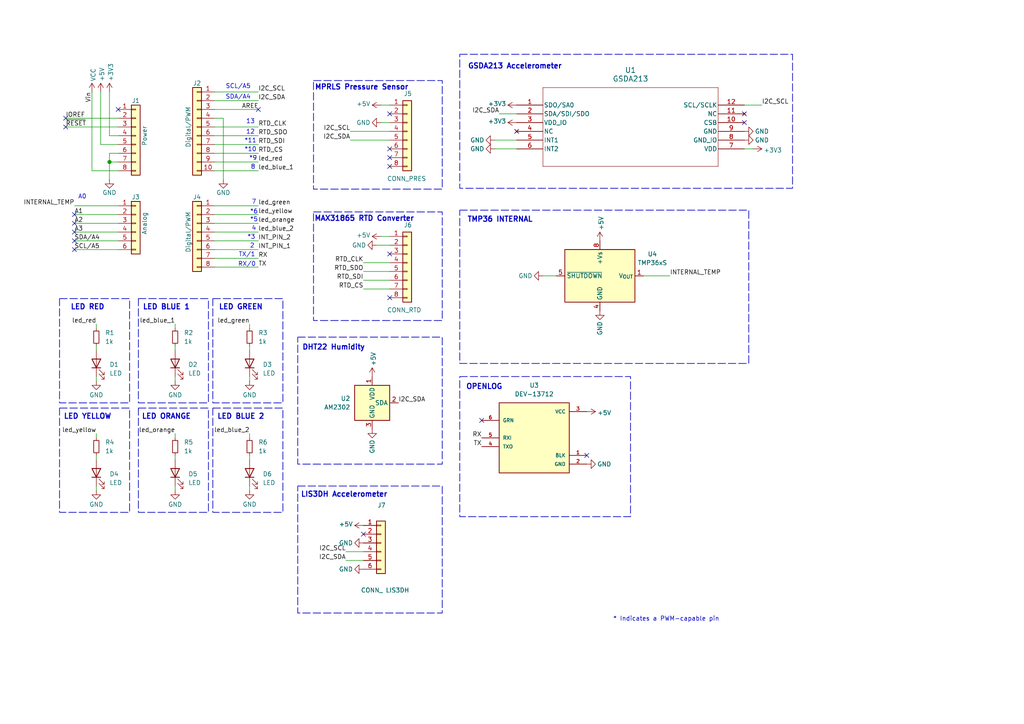
<source format=kicad_sch>
(kicad_sch (version 20231120) (generator "eeschema") (generator_version "8.0")
  (paper "A4")
  (title_block (date "mar. 31 mars 2015"))
  (lib_symbols
    (symbol "Connector_Generic:Conn_01x06" (pin_names (offset 1.016) hide)
      (property "Reference" "J" (at 0 7.62 0))
      (property "Value" "Conn_01x06" (at 0 -10.16 0))
      (symbol "Conn_01x06_1_1"
        (rectangle (start -1.27 -7.493) (end 0 -7.747) (stroke (width 0.1524)))
        (rectangle (start -1.27 -4.953) (end 0 -5.207) (stroke (width 0.1524)))
        (rectangle (start -1.27 -2.413) (end 0 -2.667) (stroke (width 0.1524)))
        (rectangle (start -1.27 0.127) (end 0 -0.127) (stroke (width 0.1524)))
        (rectangle (start -1.27 2.667) (end 0 2.413) (stroke (width 0.1524)))
        (rectangle (start -1.27 5.207) (end 0 4.953) (stroke (width 0.1524)))
        (rectangle (start -1.27 6.35) (end 1.27 -8.89) (stroke (width 0.254)) (fill (type background)))
        (pin passive line (at -5.08 5.08 0) (length 3.81) (name "Pin_1") (number "1"))
        (pin passive line (at -5.08 2.54 0) (length 3.81) (name "Pin_2") (number "2"))
        (pin passive line (at -5.08 0 0) (length 3.81) (name "Pin_3") (number "3"))
        (pin passive line (at -5.08 -2.54 0) (length 3.81) (name "Pin_4") (number "4"))
        (pin passive line (at -5.08 -5.08 0) (length 3.81) (name "Pin_5") (number "5"))
        (pin passive line (at -5.08 -7.62 0) (length 3.81) (name "Pin_6") (number "6"))
      )
    )
    (symbol "Connector_Generic:Conn_01x08" (pin_names (offset 1.016) hide)
      (property "Reference" "J" (at 0 10.16 0))
      (property "Value" "Conn_01x08" (at 0 -12.7 0))
      (symbol "Conn_01x08_1_1"
        (rectangle (start -1.27 -10.033) (end 0 -10.287) (stroke (width 0.1524)))
        (rectangle (start -1.27 -7.493) (end 0 -7.747) (stroke (width 0.1524)))
        (rectangle (start -1.27 -4.953) (end 0 -5.207) (stroke (width 0.1524)))
        (rectangle (start -1.27 -2.413) (end 0 -2.667) (stroke (width 0.1524)))
        (rectangle (start -1.27 0.127) (end 0 -0.127) (stroke (width 0.1524)))
        (rectangle (start -1.27 2.667) (end 0 2.413) (stroke (width 0.1524)))
        (rectangle (start -1.27 5.207) (end 0 4.953) (stroke (width 0.1524)))
        (rectangle (start -1.27 7.747) (end 0 7.493) (stroke (width 0.1524)))
        (rectangle (start -1.27 8.89) (end 1.27 -11.43) (stroke (width 0.254)) (fill (type background)))
        (pin passive line (at -5.08 7.62 0) (length 3.81) (name "Pin_1") (number "1"))
        (pin passive line (at -5.08 5.08 0) (length 3.81) (name "Pin_2") (number "2"))
        (pin passive line (at -5.08 2.54 0) (length 3.81) (name "Pin_3") (number "3"))
        (pin passive line (at -5.08 0 0) (length 3.81) (name "Pin_4") (number "4"))
        (pin passive line (at -5.08 -2.54 0) (length 3.81) (name "Pin_5") (number "5"))
        (pin passive line (at -5.08 -5.08 0) (length 3.81) (name "Pin_6") (number "6"))
        (pin passive line (at -5.08 -7.62 0) (length 3.81) (name "Pin_7") (number "7"))
        (pin passive line (at -5.08 -10.16 0) (length 3.81) (name "Pin_8") (number "8"))
      )
    )
    (symbol "Connector_Generic:Conn_01x10" (pin_names (offset 1.016) hide)
      (property "Reference" "J" (at 0 12.7 0))
      (property "Value" "Conn_01x10" (at 0 -15.24 0))
      (symbol "Conn_01x10_1_1"
        (rectangle (start -1.27 -12.573) (end 0 -12.827) (stroke (width 0.1524)))
        (rectangle (start -1.27 -10.033) (end 0 -10.287) (stroke (width 0.1524)))
        (rectangle (start -1.27 -7.493) (end 0 -7.747) (stroke (width 0.1524)))
        (rectangle (start -1.27 -4.953) (end 0 -5.207) (stroke (width 0.1524)))
        (rectangle (start -1.27 -2.413) (end 0 -2.667) (stroke (width 0.1524)))
        (rectangle (start -1.27 0.127) (end 0 -0.127) (stroke (width 0.1524)))
        (rectangle (start -1.27 2.667) (end 0 2.413) (stroke (width 0.1524)))
        (rectangle (start -1.27 5.207) (end 0 4.953) (stroke (width 0.1524)))
        (rectangle (start -1.27 7.747) (end 0 7.493) (stroke (width 0.1524)))
        (rectangle (start -1.27 10.287) (end 0 10.033) (stroke (width 0.1524)))
        (rectangle (start -1.27 11.43) (end 1.27 -13.97) (stroke (width 0.254)) (fill (type background)))
        (pin passive line (at -5.08 10.16 0) (length 3.81) (name "Pin_1") (number "1"))
        (pin passive line (at -5.08 -12.7 0) (length 3.81) (name "Pin_10") (number "10"))
        (pin passive line (at -5.08 7.62 0) (length 3.81) (name "Pin_2") (number "2"))
        (pin passive line (at -5.08 5.08 0) (length 3.81) (name "Pin_3") (number "3"))
        (pin passive line (at -5.08 2.54 0) (length 3.81) (name "Pin_4") (number "4"))
        (pin passive line (at -5.08 0 0) (length 3.81) (name "Pin_5") (number "5"))
        (pin passive line (at -5.08 -2.54 0) (length 3.81) (name "Pin_6") (number "6"))
        (pin passive line (at -5.08 -5.08 0) (length 3.81) (name "Pin_7") (number "7"))
        (pin passive line (at -5.08 -7.62 0) (length 3.81) (name "Pin_8") (number "8"))
        (pin passive line (at -5.08 -10.16 0) (length 3.81) (name "Pin_9") (number "9"))
      )
    )
    (symbol "Device:LED" (pin_numbers hide) (pin_names (offset 1.016) hide)
      (property "Reference" "D" (at 0 2.54 0))
      (property "Value" "LED" (at 0 -2.54 0))
      (symbol "LED_0_1"
        (polyline (pts (xy -1.27 -1.27) (xy -1.27 1.27)) (stroke (width 0.254)))
        (polyline (pts (xy -1.27 0) (xy 1.27 0)))
        (polyline (pts (xy 1.27 -1.27) (xy 1.27 1.27) (xy -1.27 0) (xy 1.27 -1.27)) (stroke (width 0.254)))
        (polyline (pts (xy -3.048 -0.762) (xy -4.572 -2.286) (xy -3.81 -2.286) (xy -4.572 -2.286) (xy -4.572 -1.524)))
        (polyline (pts (xy -1.778 -0.762) (xy -3.302 -2.286) (xy -2.54 -2.286) (xy -3.302 -2.286) (xy -3.302 -1.524)))
      )
      (symbol "LED_1_1"
        (pin passive line (at -3.81 0 0) (length 2.54) (name "K") (number "1"))
        (pin passive line (at 3.81 0 180) (length 2.54) (name "A") (number "2"))
      )
    )
    (symbol "Device:R_Small" (pin_numbers hide) (pin_names (offset 0.254) hide)
      (property "Reference" "R" (at 0.762 0.508 0))
      (property "Value" "R_Small" (at 0.762 -1.016 0))
      (symbol "R_Small_0_1"
        (rectangle (start -0.762 1.778) (end 0.762 -1.778) (stroke (width 0.2032)))
      )
      (symbol "R_Small_1_1"
        (pin passive line (at 0 2.54 270) (length 0.762) (name "~") (number "1"))
        (pin passive line (at 0 -2.54 90) (length 0.762) (name "~") (number "2"))
      )
    )
    (symbol "GSDA213:GSDA213" (pin_names (offset 0.254))
      (property "Reference" "U" (at 33.02 10.16 0))
      (property "Value" "GSDA213" (at 33.02 7.62 0))
      (symbol "GSDA213_0_1"
        (polyline (pts (xy 7.62 -17.78) (xy 58.42 -17.78)) (stroke (width 0.127)))
        (polyline (pts (xy 7.62 5.08) (xy 7.62 -17.78)) (stroke (width 0.127)))
        (polyline (pts (xy 58.42 -17.78) (xy 58.42 5.08)) (stroke (width 0.127)))
        (polyline (pts (xy 58.42 5.08) (xy 7.62 5.08)) (stroke (width 0.127)))
        (pin output line (at 0 0 0) (length 7.62) (name "SDO/SA0") (number "1"))
        (pin input line (at 66.04 -5.08 180) (length 7.62) (name "CSB") (number "10"))
        (pin no_connect line (at 66.04 -2.54 180) (length 7.62) (name "NC") (number "11"))
        (pin input line (at 66.04 0 180) (length 7.62) (name "SCL/SCLK") (number "12"))
        (pin bidirectional line (at 0 -2.54 0) (length 7.62) (name "SDA/SDI/SDO") (number "2"))
        (pin power_in line (at 0 -5.08 0) (length 7.62) (name "VDD_IO") (number "3"))
        (pin no_connect line (at 0 -7.62 0) (length 7.62) (name "NC") (number "4"))
        (pin output line (at 0 -10.16 0) (length 7.62) (name "INT1") (number "5"))
        (pin output line (at 0 -12.7 0) (length 7.62) (name "INT2") (number "6"))
        (pin power_in line (at 66.04 -12.7 180) (length 7.62) (name "VDD") (number "7"))
        (pin power_out line (at 66.04 -10.16 180) (length 7.62) (name "GND_IO") (number "8"))
        (pin power_out line (at 66.04 -7.62 180) (length 7.62) (name "GND") (number "9"))
      )
    )
    (symbol "OPENLOG:DEV-13712" (pin_names (offset 1.016))
      (property "Reference" "U" (at -10.16 10.922 0))
      (property "Value" "DEV-13712" (at -10.16 -12.7 0))
      (symbol "DEV-13712_0_0"
        (rectangle (start -10.16 -10.16) (end 10.16 10.16) (stroke (width 0.254)) (fill (type background)))
        (pin power_in line (at 15.24 -5.08 180) (length 5.08) (name "BLK") (number "1"))
        (pin power_in line (at 15.24 -7.62 180) (length 5.08) (name "GND") (number "2"))
        (pin power_in line (at 15.24 7.62 180) (length 5.08) (name "VCC") (number "3"))
        (pin output line (at -15.24 -2.54 0) (length 5.08) (name "TXO") (number "4"))
        (pin input line (at -15.24 0 0) (length 5.08) (name "RXI") (number "5"))
        (pin input line (at -15.24 5.08 0) (length 5.08) (name "GRN") (number "6"))
      )
    )
    (symbol "Sensor:AM2302"
      (property "Reference" "U" (at -3.81 6.35 0))
      (property "Value" "AM2302" (at 3.81 6.35 0))
      (symbol "AM2302_0_1"
        (rectangle (start -5.08 5.08) (end 5.08 -5.08) (stroke (width 0.254)) (fill (type background)))
      )
      (symbol "AM2302_1_1"
        (pin power_in line (at 0 7.62 270) (length 2.54) (name "VDD") (number "1"))
        (pin bidirectional line (at 7.62 0 180) (length 2.54) (name "SDA") (number "2"))
        (pin power_in line (at 0 -7.62 90) (length 2.54) (name "GND") (number "3"))
        (pin passive line (at 0 -7.62 90) (length 2.54) hide (name "GND") (number "4"))
      )
    )
    (symbol "Sensor_Temperature:TMP36xS"
      (property "Reference" "U" (at -8.89 8.89 0))
      (property "Value" "TMP36xS" (at 6.35 -8.89 0))
      (symbol "TMP36xS_0_1"
        (rectangle (start -10.16 7.62) (end 10.16 -7.62) (stroke (width 0.254)) (fill (type background)))
      )
      (symbol "TMP36xS_1_1"
        (pin output line (at 12.7 0 180) (length 2.54) (name "V_{OUT}") (number "1"))
        (pin power_in line (at 0 -10.16 90) (length 2.54) (name "GND") (number "4"))
        (pin input line (at -12.7 0 0) (length 2.54) (name "~{SHUTDOWN}") (number "5"))
        (pin power_in line (at 0 10.16 270) (length 2.54) (name "+Vs") (number "8"))
      )
    )
    (symbol "power:+3V3" (power) (pin_names (offset 0))
      (property "Value" "+3V3" (at 0 3.556 0))
      (symbol "+3V3_0_1"
        (polyline (pts (xy -0.762 1.27) (xy 0 2.54)))
        (polyline (pts (xy 0 0) (xy 0 2.54)))
        (polyline (pts (xy 0 2.54) (xy 0.762 1.27)))
      )
      (symbol "+3V3_1_1"
        (pin power_in line (at 0 0 90) (length 0) hide (name "+3V3") (number "1"))
      )
    )
    (symbol "power:+5V" (power) (pin_names (offset 0))
      (property "Value" "+5V" (at 0 3.556 0))
      (symbol "+5V_0_1"
        (polyline (pts (xy -0.762 1.27) (xy 0 2.54)))
        (polyline (pts (xy 0 0) (xy 0 2.54)))
        (polyline (pts (xy 0 2.54) (xy 0.762 1.27)))
      )
      (symbol "+5V_1_1"
        (pin power_in line (at 0 0 90) (length 0) hide (name "+5V") (number "1"))
      )
    )
    (symbol "power:GND" (power) (pin_names (offset 0))
      (property "Value" "GND" (at 0 -3.81 0))
      (symbol "GND_0_1"
        (polyline (pts (xy 0 0) (xy 0 -1.27) (xy 1.27 -1.27) (xy 0 -2.54) (xy -1.27 -1.27) (xy 0 -1.27)))
      )
      (symbol "GND_1_1"
        (pin power_in line (at 0 0 270) (length 0) hide (name "GND") (number "1"))
      )
    )
    (symbol "power:VCC" (power) (pin_names (offset 0))
      (property "Value" "VCC" (at 0 3.81 0))
      (symbol "VCC_0_1"
        (polyline (pts (xy -0.762 1.27) (xy 0 2.54)))
        (polyline (pts (xy 0 0) (xy 0 2.54)))
        (polyline (pts (xy 0 2.54) (xy 0.762 1.27)))
      )
      (symbol "VCC_1_1"
        (pin power_in line (at 0 0 90) (length 0) hide (name "VCC") (number "1"))
      )
    )
  )
  (junction (at 31.75 46.99) (diameter 1.016))
  (no_connect (at 113.03 45.72))
  (no_connect (at 21.59 62.23))
  (no_connect (at 113.03 73.66))
  (no_connect (at 149.86 38.1))
  (no_connect (at 19.05 34.29))
  (no_connect (at 21.59 69.85))
  (no_connect (at 113.03 48.26))
  (no_connect (at 170.18 132.08))
  (no_connect (at 113.03 86.36))
  (no_connect (at 105.41 154.94))
  (no_connect (at 21.59 67.31))
  (no_connect (at 113.03 43.18))
  (no_connect (at 74.93 31.75))
  (no_connect (at 21.59 64.77))
  (no_connect (at 215.9 33.02))
  (no_connect (at 21.59 72.39))
  (no_connect (at 215.9 35.56))
  (no_connect (at 19.05 36.83))
  (no_connect (at 139.7 121.92))
  (no_connect (at 34.29 31.75))
  (no_connect (at 113.03 33.02))
  (wire (pts (xy 62.23 77.47) (xy 74.93 77.47)))
  (wire (pts (xy 50.8 109.22) (xy 50.8 110.49)))
  (wire (pts (xy 62.23 44.45) (xy 74.93 44.45)))
  (wire (pts (xy 72.39 109.22) (xy 72.39 110.49)))
  (wire (pts (xy 105.41 81.28) (xy 113.03 81.28)))
  (wire (pts (xy 62.23 26.67) (xy 74.93 26.67)))
  (wire (pts (xy 144.78 33.02) (xy 149.86 33.02)))
  (wire (pts (xy 31.75 44.45) (xy 31.75 46.99)))
  (wire (pts (xy 21.59 72.39) (xy 34.29 72.39)))
  (wire (pts (xy 50.8 125.73) (xy 50.8 127)))
  (wire (pts (xy 215.9 43.18) (xy 218.44 43.18)))
  (wire (pts (xy 27.94 125.73) (xy 27.94 127)))
  (wire (pts (xy 72.39 93.98) (xy 72.39 95.25)))
  (wire (pts (xy 31.75 46.99) (xy 31.75 52.07)))
  (wire (pts (xy 31.75 39.37) (xy 34.29 39.37)))
  (wire (pts (xy 29.21 41.91) (xy 34.29 41.91)))
  (wire (pts (xy 100.33 162.56) (xy 105.41 162.56)))
  (wire (pts (xy 29.21 26.67) (xy 29.21 41.91)))
  (wire (pts (xy 50.8 140.97) (xy 50.8 142.24)))
  (wire (pts (xy 62.23 36.83) (xy 74.93 36.83)))
  (wire (pts (xy 31.75 26.67) (xy 31.75 39.37)))
  (wire (pts (xy 62.23 59.69) (xy 74.93 59.69)))
  (wire (pts (xy 34.29 59.69) (xy 21.59 59.69)))
  (wire (pts (xy 27.94 100.33) (xy 27.94 101.6)))
  (wire (pts (xy 62.23 39.37) (xy 74.93 39.37)))
  (wire (pts (xy 143.51 40.64) (xy 149.86 40.64)))
  (wire (pts (xy 62.23 62.23) (xy 74.93 62.23)))
  (wire (pts (xy 157.48 80.01) (xy 161.29 80.01)))
  (wire (pts (xy 110.49 68.58) (xy 113.03 68.58)))
  (wire (pts (xy 50.8 132.08) (xy 50.8 133.35)))
  (wire (pts (xy 62.23 46.99) (xy 74.93 46.99)))
  (wire (pts (xy 62.23 67.31) (xy 74.93 67.31)))
  (wire (pts (xy 72.39 100.33) (xy 72.39 101.6)))
  (wire (pts (xy 50.8 100.33) (xy 50.8 101.6)))
  (wire (pts (xy 19.05 34.29) (xy 34.29 34.29)))
  (wire (pts (xy 64.77 34.29) (xy 64.77 52.07)))
  (wire (pts (xy 186.69 80.01) (xy 194.31 80.01)))
  (wire (pts (xy 62.23 31.75) (xy 74.93 31.75)))
  (wire (pts (xy 50.8 93.98) (xy 50.8 95.25)))
  (wire (pts (xy 72.39 140.97) (xy 72.39 142.24)))
  (wire (pts (xy 34.29 64.77) (xy 21.59 64.77)))
  (wire (pts (xy 19.05 36.83) (xy 34.29 36.83)))
  (wire (pts (xy 34.29 46.99) (xy 31.75 46.99)))
  (wire (pts (xy 72.39 125.73) (xy 72.39 127)))
  (wire (pts (xy 105.41 78.74) (xy 113.03 78.74)))
  (wire (pts (xy 27.94 140.97) (xy 27.94 142.24)))
  (wire (pts (xy 101.6 40.64) (xy 113.03 40.64)))
  (wire (pts (xy 100.33 160.02) (xy 105.41 160.02)))
  (wire (pts (xy 34.29 49.53) (xy 26.67 49.53)))
  (wire (pts (xy 215.9 30.48) (xy 220.98 30.48)))
  (wire (pts (xy 21.59 62.23) (xy 34.29 62.23)))
  (wire (pts (xy 27.94 93.98) (xy 27.94 95.25)))
  (wire (pts (xy 62.23 34.29) (xy 64.77 34.29)))
  (wire (pts (xy 101.6 38.1) (xy 113.03 38.1)))
  (wire (pts (xy 34.29 44.45) (xy 31.75 44.45)))
  (wire (pts (xy 110.49 30.48) (xy 113.03 30.48)))
  (wire (pts (xy 62.23 41.91) (xy 74.93 41.91)))
  (wire (pts (xy 62.23 64.77) (xy 74.93 64.77)))
  (wire (pts (xy 21.59 67.31) (xy 34.29 67.31)))
  (wire (pts (xy 27.94 132.08) (xy 27.94 133.35)))
  (wire (pts (xy 109.22 71.12) (xy 113.03 71.12)))
  (wire (pts (xy 110.49 35.56) (xy 113.03 35.56)))
  (wire (pts (xy 105.41 76.2) (xy 113.03 76.2)))
  (wire (pts (xy 143.51 43.18) (xy 149.86 43.18)))
  (wire (pts (xy 62.23 29.21) (xy 74.93 29.21)))
  (wire (pts (xy 27.94 109.22) (xy 27.94 110.49)))
  (wire (pts (xy 62.23 72.39) (xy 74.93 72.39)))
  (wire (pts (xy 72.39 132.08) (xy 72.39 133.35)))
  (wire (pts (xy 62.23 69.85) (xy 74.93 69.85)))
  (wire (pts (xy 105.41 83.82) (xy 113.03 83.82)))
  (wire (pts (xy 62.23 74.93) (xy 74.93 74.93)))
  (wire (pts (xy 26.67 49.53) (xy 26.67 26.67)))
  (wire (pts (xy 34.29 69.85) (xy 21.59 69.85)))
  (wire (pts (xy 62.23 49.53) (xy 74.93 49.53)))
  (rectangle (start 61.722 118.364) (end 82.042 148.59) (stroke (width 0.2) (type dash)))
  (rectangle (start 17.272 118.364) (end 37.592 148.59) (stroke (width 0.2) (type dash)))
  (rectangle (start 17.272 86.614) (end 37.592 116.84) (stroke (width 0.2) (type dash)))
  (rectangle (start 133.35 60.96) (end 217.17 105.41) (stroke (width 0.2) (type dash)))
  (rectangle (start 90.932 23.368) (end 128.27 54.864) (stroke (width 0.2) (type dash)))
  (rectangle (start 86.36 140.97) (end 128.27 177.8) (stroke (width 0.2) (type dash)))
  (rectangle (start 86.36 97.79) (end 128.27 134.62) (stroke (width 0.2) (type dash)))
  (rectangle (start 133.35 15.748) (end 229.87 54.61) (stroke (width 0.2) (type dash)))
  (rectangle (start 40.132 86.614) (end 60.452 116.84) (stroke (width 0.2) (type dash)))
  (rectangle (start 40.132 118.364) (end 60.452 148.59) (stroke (width 0.2) (type dash)))
  (rectangle (start 133.35 109.22) (end 182.88 149.86) (stroke (width 0.2) (type dash)))
  (rectangle (start 90.932 61.468) (end 128.27 92.964) (stroke (width 0.2) (type dash)))
  (rectangle (start 61.722 86.614) (end 82.042 116.84) (stroke (width 0.2) (type dash)))
  (text "2" (at 73.152 71.374 0) (effects (font (size 1.27 1.27))))
  (text "LED GREEN\n" (at 69.85 89.154 0) (effects (font (size 1.5 1.5) (thickness 0.3) (bold yes))))
  (text "DHT22 Humidity\n" (at 96.774 100.838 0) (effects (font (size 1.5 1.5) (thickness 0.3) (bold yes))))
  (text "LED BLUE 1\n" (at 48.26 89.154 0) (effects (font (size 1.5 1.5) (thickness 0.3) (bold yes))))
  (text "TMP36 INTERNAL\n" (at 145.034 63.754 0) (effects (font (size 1.5 1.5) (thickness 0.3) (bold yes))))
  (text "*6" (at 73.66 61.468 0) (effects (font (size 1.27 1.27))))
  (text "LED RED\n" (at 25.4 89.154 0) (effects (font (size 1.5 1.5) (thickness 0.3) (bold yes))))
  (text "MAX31865 RTD Converter" (at 105.664 63.5 0) (effects (font (size 1.5 1.5) (thickness 0.3) (bold yes))))
  (text "*10\n" (at 72.644 43.434 0) (effects (font (size 1.27 1.27))))
  (text "RX/0\n" (at 71.628 76.708 0) (effects (font (size 1.27 1.27))))
  (text "4" (at 73.66 66.294 0) (effects (font (size 1.27 1.27))))
  (text "OPENLOG\n" (at 140.462 112.268 0) (effects (font (size 1.5 1.5) (thickness 0.3) (bold yes))))
  (text "8" (at 73.406 48.514 0) (effects (font (size 1.27 1.27))))
  (text "A0\n\n" (at 23.876 58.166 0) (effects (font (size 1.27 1.27))))
  (text "7\n" (at 73.66 58.674 0) (effects (font (size 1.27 1.27))))
  (text "LED BLUE 2" (at 69.85 120.904 0) (effects (font (size 1.5 1.5) (thickness 0.3) (bold yes))))
  (text "LED ORANGE" (at 48.26 120.904 0) (effects (font (size 1.5 1.5) (thickness 0.3) (bold yes))))
  (text "SCL/A5\n\n" (at 69.088 26.162 0) (effects (font (size 1.27 1.27))))
  (text "MPRLS Pressure Sensor\n" (at 104.902 25.4 0) (effects (font (size 1.5 1.5) (thickness 0.3) (bold yes))))
  (text "*3\n" (at 72.898 68.834 0) (effects (font (size 1.27 1.27))))
  (text "LIS3DH Accelerometer\n" (at 99.822 143.51 0) (effects (font (size 1.5 1.5) (thickness 0.3) (bold yes))))
  (text "*9\n" (at 73.406 45.974 0) (effects (font (size 1.27 1.27))))
  (text "GSDA213 Accelerometer\n" (at 149.352 19.304 0) (effects (font (size 1.5 1.5) (thickness 0.3) (bold yes))))
  (text "*5\n" (at 73.66 63.754 0) (effects (font (size 1.27 1.27))))
  (text "*11\n" (at 72.644 40.894 0) (effects (font (size 1.27 1.27))))
  (text "LED YELLOW\n" (at 25.4 120.904 0) (effects (font (size 1.5 1.5) (thickness 0.3) (bold yes))))
  (text "* Indicates a PWM-capable pin" (at 177.8 180.34 0) (effects (font (size 1.27 1.27)) (justify left bottom)))
  (text "TX/1\n" (at 71.628 73.914 0) (effects (font (size 1.27 1.27))))
  (text "13\n" (at 72.644 35.306 0) (effects (font (size 1.27 1.27))))
  (text "SDA/A4\n" (at 69.088 28.194 0) (effects (font (size 1.27 1.27))))
  (text "12\n" (at 72.644 38.354 0) (effects (font (size 1.27 1.27))))
  (label "RX" (at 74.93 74.93 0))
  (label "A2" (at 21.59 64.77 0))
  (label "led_green" (at 72.39 93.98 180))
  (label "RTD_SDI" (at 74.93 41.91 0))
  (label "led_yellow" (at 74.93 62.23 0))
  (label "I2C_SDA" (at 100.33 162.56 180))
  (label "led_blue_2" (at 72.39 125.73 180))
  (label "INTERNAL_TEMP" (at 21.59 59.69 180))
  (label "RTD_CLK" (at 105.41 76.2 180))
  (label "A3" (at 21.59 67.31 0))
  (label "TX" (at 74.93 77.47 0))
  (label "TX" (at 139.7 129.54 180))
  (label "~{RESET}" (at 19.05 36.83 0))
  (label "led_green" (at 74.93 59.69 0))
  (label "I2C_SCL" (at 220.98 30.48 0))
  (label "RTD_SDO" (at 105.41 78.74 180))
  (label "INT_PIN_1" (at 74.93 72.39 0))
  (label "led_blue_2" (at 74.93 67.31 0))
  (label "RTD_CS" (at 105.41 83.82 180))
  (label "INT_PIN_2" (at 74.93 69.85 0))
  (label "RTD_CLK" (at 74.93 36.83 0))
  (label "led_red" (at 74.93 46.99 0))
  (label "I2C_SCL" (at 101.6 38.1 180))
  (label "led_blue_1" (at 50.8 93.98 180))
  (label "RX" (at 139.7 127 180))
  (label "I2C_SDA" (at 144.78 33.02 180))
  (label "I2C_SCL" (at 74.93 26.67 0))
  (label "led_red" (at 27.94 93.98 180))
  (label "A1" (at 21.59 62.23 0))
  (label "RTD_SDI" (at 105.41 81.28 180))
  (label "I2C_SCL" (at 100.33 160.02 180))
  (label "led_orange" (at 74.93 64.77 0))
  (label "led_orange" (at 50.8 125.73 180))
  (label "RTD_CS" (at 74.93 44.45 0))
  (label "I2C_SDA" (at 115.57 116.84 0))
  (label "AREF" (at 74.93 31.75 180))
  (label "RTD_SDO" (at 74.93 39.37 0))
  (label "led_yellow" (at 27.94 125.73 180))
  (label "I2C_SDA" (at 74.93 29.21 0))
  (label "Vin" (at 26.67 26.67 270))
  (label "led_blue_1" (at 74.93 49.53 0))
  (label "I2C_SDA" (at 101.6 40.64 180))
  (label "IOREF" (at 19.05 34.29 0))
  (label "SDA{slash}A4" (at 21.59 69.85 0))
  (label "SCL{slash}A5" (at 21.59 72.39 0))
  (label "INTERNAL_TEMP" (at 194.31 80.01 0))
  (symbol (lib_id "Connector_Generic:Conn_01x08") (at 39.37 39.37 0) (unit 1)
    (property "Reference" "J1" (at 39.37 29.21 0))
    (property "Value" "Power" (at 41.91 39.37 90))
    (property "Footprint" "Connector_PinSocket_2.54mm:PinSocket_1x08_P2.54mm_Vertical" (effects (hide yes)))
  )
  (symbol (lib_id "power:+3V3") (at 31.75 26.67 0) (unit 1)
    (property "Reference" "#PWR03" (effects (hide yes)))
    (property "Value" "+3V3" (at 32.131 23.622 90) (effects (justify left)))
  )
  (symbol (lib_id "power:+5V") (at 29.21 26.67 0) (unit 1)
    (property "Reference" "#PWR02" (effects (hide yes)))
    (property "Value" "+5V" (at 29.5656 23.622 90) (effects (justify left)))
  )
  (symbol (lib_id "power:GND") (at 31.75 52.07 0) (unit 1)
    (property "Reference" "#PWR04" (effects (hide yes)))
    (property "Value" "GND" (at 31.75 55.88 0))
  )
  (symbol (lib_id "Connector_Generic:Conn_01x10") (at 57.15 36.83 0) (mirror y) (unit 1)
    (property "Reference" "J2" (at 57.15 24.13 0))
    (property "Value" "Digital/PWM" (at 54.61 36.83 90))
    (property "Footprint" "Connector_PinSocket_2.54mm:PinSocket_1x10_P2.54mm_Vertical" (effects (hide yes)))
  )
  (symbol (lib_id "power:GND") (at 64.77 52.07 0) (unit 1)
    (property "Reference" "#PWR05" (effects (hide yes)))
    (property "Value" "GND" (at 64.77 55.88 0))
  )
  (symbol (lib_id "Connector_Generic:Conn_01x06") (at 39.37 64.77 0) (unit 1)
    (property "Reference" "J3" (at 39.37 57.15 0))
    (property "Value" "Analog" (at 41.91 64.77 90))
    (property "Footprint" "Connector_PinSocket_2.54mm:PinSocket_1x06_P2.54mm_Vertical" (effects (hide yes)))
  )
  (symbol (lib_id "Connector_Generic:Conn_01x08") (at 57.15 67.31 0) (mirror y) (unit 1)
    (property "Reference" "J4" (at 57.15 57.15 0))
    (property "Value" "Digital/PWM" (at 54.61 67.31 90))
    (property "Footprint" "Connector_PinSocket_2.54mm:PinSocket_1x08_P2.54mm_Vertical" (effects (hide yes)))
  )
  (symbol (lib_id "Connector_Generic:Conn_01x06") (at 110.49 157.48 0) (unit 1)
    (property "Reference" "J7" (at 109.474 146.558 0) (effects (justify left)))
    (property "Value" "CONN_ LIS3DH" (at 104.648 171.196 0) (effects (justify left)))
    (property "Footprint" "Connector_PinSocket_2.54mm:PinSocket_1x06_P2.54mm_Vertical" (effects (hide yes)))
    (property "Description" "Generic connector, single row, 01x06, script generated (kicad-library-utils/schlib/autogen/connector/)" (effects (hide yes)))
  )
  (symbol (lib_id "power:+3V3") (at 218.44 43.18 270) (unit 1)
    (property "Reference" "#PWR010" (effects (hide yes)))
    (property "Value" "+3V3" (at 221.488 43.561 90) (effects (justify left)))
  )
  (symbol (lib_id "power:GND") (at 50.8 110.49 0) (unit 1)
    (property "Reference" "#PWR020" (effects (hide yes)))
    (property "Value" "GND" (at 50.8 114.554 0))
  )
  (symbol (lib_id "power:+5V") (at 107.95 109.22 0) (unit 1)
    (property "Reference" "#PWR017" (effects (hide yes)))
    (property "Value" "+5V" (at 108.3056 106.172 90) (effects (justify left)))
  )
  (symbol (lib_id "power:GND") (at 157.48 80.01 270) (unit 1)
    (property "Reference" "#PWR027" (effects (hide yes)))
    (property "Value" "GND" (at 152.4 80.01 90))
  )
  (symbol (lib_id "power:+5V") (at 110.49 68.58 90) (unit 1)
    (property "Reference" "#PWR08" (effects (hide yes)))
    (property "Value" "+5V" (at 107.442 68.2244 90) (effects (justify left)))
  )
  (symbol (lib_id "power:GND") (at 109.22 71.12 270) (unit 1)
    (property "Reference" "#PWR09" (effects (hide yes)))
    (property "Value" "GND" (at 104.14 71.12 90))
  )
  (symbol (lib_id "Device:LED") (at 27.94 137.16 90) (unit 1)
    (property "Reference" "D4" (at 31.75 137.4774 90) (effects (justify right)))
    (property "Value" "LED" (at 31.75 140.0174 90) (effects (justify right)))
    (property "Footprint" "LED_THT:LED_D5.0mm" (effects (hide yes)))
    (property "Description" "Light emitting diode" (effects (hide yes)))
  )
  (symbol (lib_id "power:+3V3") (at 149.86 30.48 90) (unit 1)
    (property "Reference" "#PWR028" (effects (hide yes)))
    (property "Value" "+3V3" (at 146.812 30.099 90) (effects (justify left)))
  )
  (symbol (lib_id "power:GND") (at 72.39 142.24 0) (unit 1)
    (property "Reference" "#PWR024" (effects (hide yes)))
    (property "Value" "GND" (at 72.39 146.304 0))
  )
  (symbol (lib_id "Connector_Generic:Conn_01x08") (at 118.11 38.1 0) (unit 1)
    (property "Reference" "J5" (at 117.094 27.178 0) (effects (justify left)))
    (property "Value" "CONN_PRES" (at 112.268 51.816 0) (effects (justify left)))
    (property "Footprint" "Connector_PinSocket_2.54mm:PinSocket_1x08_P2.54mm_Vertical" (effects (hide yes)))
    (property "Description" "Generic connector, single row, 01x08, script generated (kicad-library-utils/schlib/autogen/connector/)" (effects (hide yes)))
  )
  (symbol (lib_id "power:+5V") (at 105.41 152.4 90) (unit 1)
    (property "Reference" "#PWR030" (effects (hide yes)))
    (property "Value" "+5V" (at 102.362 152.0444 90) (effects (justify left)))
  )
  (symbol (lib_id "Device:R_Small") (at 27.94 129.54 0) (unit 1)
    (property "Reference" "R4" (at 30.48 128.2699 0) (effects (justify left)))
    (property "Value" "1k" (at 30.48 130.8099 0) (effects (justify left)))
    (property "Footprint" "Resistor_THT:R_Axial_DIN0207_L6.3mm_D2.5mm_P10.16mm_Horizontal" (effects (hide yes)))
    (property "Description" "Resistor, small symbol" (effects (hide yes)))
  )
  (symbol (lib_id "power:GND") (at 50.8 142.24 0) (unit 1)
    (property "Reference" "#PWR022" (effects (hide yes)))
    (property "Value" "GND" (at 50.8 146.304 0))
  )
  (symbol (lib_id "power:+3V3") (at 149.86 35.56 90) (unit 1)
    (property "Reference" "#PWR011" (effects (hide yes)))
    (property "Value" "+3V3" (at 146.812 35.179 90) (effects (justify left)))
  )
  (symbol (lib_id "Device:LED") (at 50.8 137.16 90) (unit 1)
    (property "Reference" "D5" (at 54.61 137.4774 90) (effects (justify right)))
    (property "Value" "LED" (at 54.61 140.0174 90) (effects (justify right)))
    (property "Footprint" "LED_THT:LED_D5.0mm" (effects (hide yes)))
    (property "Description" "Light emitting diode" (effects (hide yes)))
  )
  (symbol (lib_id "power:+5V") (at 170.18 119.38 270) (unit 1)
    (property "Reference" "#PWR025" (effects (hide yes)))
    (property "Value" "+5V" (at 173.228 119.7356 90) (effects (justify left)))
  )
  (symbol (lib_id "GSDA213:GSDA213") (at 149.86 30.48 0) (unit 1)
    (property "Reference" "U1" (at 182.88 20.32 0) (effects (font (size 1.524 1.524))))
    (property "Value" "GSDA213" (at 182.88 22.86 0) (effects (font (size 1.524 1.524))))
    (property "Footprint" "LGA12_GAS" (effects (hide yes)))
    (property "Datasheet" "GSDA213" (effects (hide yes)))
  )
  (symbol (lib_id "power:VCC") (at 26.67 26.67 0) (unit 1)
    (property "Reference" "#PWR01" (effects (hide yes)))
    (property "Value" "VCC" (at 27.051 23.622 90) (effects (justify left)))
  )
  (symbol (lib_id "power:GND") (at 143.51 43.18 270) (unit 1)
    (property "Reference" "#PWR029" (effects (hide yes)))
    (property "Value" "GND" (at 138.43 43.18 90))
  )
  (symbol (lib_id "power:GND") (at 27.94 110.49 0) (unit 1)
    (property "Reference" "#PWR019" (effects (hide yes)))
    (property "Value" "GND" (at 27.94 114.554 0))
  )
  (symbol (lib_id "power:GND") (at 170.18 134.62 90) (unit 1)
    (property "Reference" "#PWR026" (effects (hide yes)))
    (property "Value" "GND" (at 175.26 134.62 90))
  )
  (symbol (lib_id "power:GND") (at 105.41 165.1 270) (unit 1)
    (property "Reference" "#PWR032" (effects (hide yes)))
    (property "Value" "GND" (at 100.33 165.1 90))
  )
  (symbol (lib_id "Device:R_Small") (at 72.39 129.54 0) (unit 1)
    (property "Reference" "R6" (at 74.93 128.2699 0) (effects (justify left)))
    (property "Value" "1k" (at 74.93 130.8099 0) (effects (justify left)))
    (property "Footprint" "Resistor_THT:R_Axial_DIN0207_L6.3mm_D2.5mm_P10.16mm_Horizontal" (effects (hide yes)))
    (property "Description" "Resistor, small symbol" (effects (hide yes)))
  )
  (symbol (lib_id "power:GND") (at 105.41 157.48 270) (unit 1)
    (property "Reference" "#PWR031" (effects (hide yes)))
    (property "Value" "GND" (at 100.33 157.48 90))
  )
  (symbol (lib_id "Device:R_Small") (at 72.39 97.79 0) (unit 1)
    (property "Reference" "R3" (at 74.93 96.5199 0) (effects (justify left)))
    (property "Value" "1k" (at 74.93 99.0599 0) (effects (justify left)))
    (property "Footprint" "Resistor_THT:R_Axial_DIN0207_L6.3mm_D2.5mm_P10.16mm_Horizontal" (effects (hide yes)))
    (property "Description" "Resistor, small symbol" (effects (hide yes)))
  )
  (symbol (lib_id "power:GND") (at 107.95 124.46 0) (unit 1)
    (property "Reference" "#PWR018" (effects (hide yes)))
    (property "Value" "GND" (at 107.95 129.54 90))
  )
  (symbol (lib_id "Device:LED") (at 50.8 105.41 90) (unit 1)
    (property "Reference" "D2" (at 54.61 105.7274 90) (effects (justify right)))
    (property "Value" "LED" (at 54.61 108.2674 90) (effects (justify right)))
    (property "Footprint" "LED_THT:LED_D5.0mm" (effects (hide yes)))
    (property "Description" "Light emitting diode" (effects (hide yes)))
  )
  (symbol (lib_id "Device:R_Small") (at 50.8 97.79 0) (unit 1)
    (property "Reference" "R2" (at 53.34 96.5199 0) (effects (justify left)))
    (property "Value" "1k" (at 53.34 99.0599 0) (effects (justify left)))
    (property "Footprint" "Resistor_THT:R_Axial_DIN0207_L6.3mm_D2.5mm_P10.16mm_Horizontal" (effects (hide yes)))
    (property "Description" "Resistor, small symbol" (effects (hide yes)))
  )
  (symbol (lib_id "power:GND") (at 27.94 142.24 0) (unit 1)
    (property "Reference" "#PWR021" (effects (hide yes)))
    (property "Value" "GND" (at 27.94 146.304 0))
  )
  (symbol (lib_id "Device:R_Small") (at 27.94 97.79 0) (unit 1)
    (property "Reference" "R1" (at 30.48 96.5199 0) (effects (justify left)))
    (property "Value" "1k" (at 30.48 99.0599 0) (effects (justify left)))
    (property "Footprint" "Resistor_THT:R_Axial_DIN0207_L6.3mm_D2.5mm_P10.16mm_Horizontal" (effects (hide yes)))
    (property "Description" "Resistor, small symbol" (effects (hide yes)))
  )
  (symbol (lib_id "Device:LED") (at 72.39 105.41 90) (unit 1)
    (property "Reference" "D3" (at 76.2 105.7274 90) (effects (justify right)))
    (property "Value" "LED" (at 76.2 108.2674 90) (effects (justify right)))
    (property "Footprint" "LED_THT:LED_D5.0mm" (effects (hide yes)))
    (property "Description" "Light emitting diode" (effects (hide yes)))
  )
  (symbol (lib_id "Connector_Generic:Conn_01x08") (at 118.11 76.2 0) (unit 1)
    (property "Reference" "J6" (at 117.094 65.278 0) (effects (justify left)))
    (property "Value" "CONN_RTD" (at 112.268 89.916 0) (effects (justify left)))
    (property "Footprint" "Connector_PinSocket_2.54mm:PinSocket_1x08_P2.54mm_Vertical" (effects (hide yes)))
    (property "Description" "Generic connector, single row, 01x08, script generated (kicad-library-utils/schlib/autogen/connector/)" (effects (hide yes)))
  )
  (symbol (lib_id "power:GND") (at 215.9 38.1 90) (unit 1)
    (property "Reference" "#PWR012" (effects (hide yes)))
    (property "Value" "GND" (at 220.98 38.1 90))
  )
  (symbol (lib_id "power:GND") (at 173.99 90.17 0) (unit 1)
    (property "Reference" "#PWR015" (effects (hide yes)))
    (property "Value" "GND" (at 173.99 95.25 90))
  )
  (symbol (lib_id "Device:LED") (at 72.39 137.16 90) (unit 1)
    (property "Reference" "D6" (at 76.2 137.4774 90) (effects (justify right)))
    (property "Value" "LED" (at 76.2 140.0174 90) (effects (justify right)))
    (property "Footprint" "LED_THT:LED_D5.0mm" (effects (hide yes)))
    (property "Description" "Light emitting diode" (effects (hide yes)))
  )
  (symbol (lib_id "Sensor_Temperature:TMP36xS") (at 173.99 80.01 0) (unit 1)
    (property "Reference" "U4" (at 189.23 73.6914 0))
    (property "Value" "TMP36xS" (at 189.23 76.2314 0))
    (property "Footprint" "Package_SO:SOIC-8_3.9x4.9mm_P1.27mm" (effects (hide yes)))
    (property "Datasheet" "https://www.analog.com/media/en/technical-documentation/data-sheets/TMP35_36_37.pdf" (effects (hide yes)))
    (property "Description" "Low Voltage Temperature Sensor, SOIC-8" (effects (hide yes)))
  )
  (symbol (lib_id "power:GND") (at 143.51 40.64 270) (unit 1)
    (property "Reference" "#PWR014" (effects (hide yes)))
    (property "Value" "GND" (at 138.43 40.64 90))
  )
  (symbol (lib_id "power:GND") (at 72.39 110.49 0) (unit 1)
    (property "Reference" "#PWR023" (effects (hide yes)))
    (property "Value" "GND" (at 72.39 114.554 0))
  )
  (symbol (lib_id "power:+5V") (at 173.99 69.85 0) (unit 1)
    (property "Reference" "#PWR016" (effects (hide yes)))
    (property "Value" "+5V" (at 174.3456 66.802 90) (effects (justify left)))
  )
  (symbol (lib_id "power:+5V") (at 110.49 30.48 90) (unit 1)
    (property "Reference" "#PWR06" (effects (hide yes)))
    (property "Value" "+5V" (at 107.442 30.1244 90) (effects (justify left)))
  )
  (symbol (lib_id "power:GND") (at 215.9 40.64 90) (unit 1)
    (property "Reference" "#PWR013" (effects (hide yes)))
    (property "Value" "GND" (at 220.98 40.64 90))
  )
  (symbol (lib_id "power:GND") (at 110.49 35.56 270) (unit 1)
    (property "Reference" "#PWR07" (effects (hide yes)))
    (property "Value" "GND" (at 105.41 35.56 90))
  )
  (symbol (lib_id "OPENLOG:DEV-13712") (at 154.94 127 0) (unit 1)
    (property "Reference" "U3" (at 154.94 111.76 0))
    (property "Value" "DEV-13712" (at 154.94 114.3 0))
    (property "Footprint" "OPENLOG:MODULE_DEV-13712" (effects (hide yes)))
    (property "MF" "Sparkfun Electronics" (effects (hide yes)))
    (property "Description_1" "\n                        \n                            OpenLog Data Logger [SparkFun Electronics] DEV-13712 OpenLog Data Logger 845156006540\n                        \n" (effects (hide yes)))
    (property "Package" "None" (effects (hide yes)))
    (property "Price" "None" (effects (hide yes)))
    (property "Check_prices" "https://www.snapeda.com/parts/DEV13712/SparkFun/view-part/?ref=eda" (effects (hide yes)))
    (property "STANDARD" "Manufacturer Recommendations" (effects (hide yes)))
    (property "PARTREV" "v15" (effects (hide yes)))
    (property "SnapEDA_Link" "https://www.snapeda.com/parts/DEV13712/SparkFun/view-part/?ref=snap" (effects (hide yes)))
    (property "MP" "DEV13712" (effects (hide yes)))
    (property "MANUFACTURER" "SparkFun" (effects (hide yes)))
    (property "Availability" "In Stock" (effects (hide yes)))
    (property "SNAPEDA_PN" "DEV-13712" (effects (hide yes)))
  )
  (symbol (lib_id "Device:LED") (at 27.94 105.41 90) (unit 1)
    (property "Reference" "D1" (at 31.75 105.7274 90) (effects (justify right)))
    (property "Value" "LED" (at 31.75 108.2674 90) (effects (justify right)))
    (property "Footprint" "LED_THT:LED_D5.0mm" (effects (hide yes)))
    (property "Description" "Light emitting diode" (effects (hide yes)))
  )
  (symbol (lib_id "Sensor:AM2302") (at 107.95 116.84 0) (unit 1)
    (property "Reference" "U2" (at 101.6 115.5699 0) (effects (justify right)))
    (property "Value" "AM2302" (at 101.6 118.1099 0) (effects (justify right)))
    (property "Footprint" "Sensor:ASAIR_AM2302_P2.54mm_Vertical" (effects (hide yes)))
    (property "Datasheet" "http://akizukidenshi.com/download/ds/aosong/AM2302.pdf" (effects (hide yes)))
    (property "Description" "3.3 to 5.0V, Temperature and humidity module,  DHT22, AM2302" (effects (hide yes)))
  )
  (symbol (lib_id "Device:R_Small") (at 50.8 129.54 0) (unit 1)
    (property "Reference" "R5" (at 53.34 128.2699 0) (effects (justify left)))
    (property "Value" "1k" (at 53.34 130.8099 0) (effects (justify left)))
    (property "Footprint" "Resistor_THT:R_Axial_DIN0207_L6.3mm_D2.5mm_P10.16mm_Horizontal" (effects (hide yes)))
    (property "Description" "Resistor, small symbol" (effects (hide yes)))
  )
)
</source>
